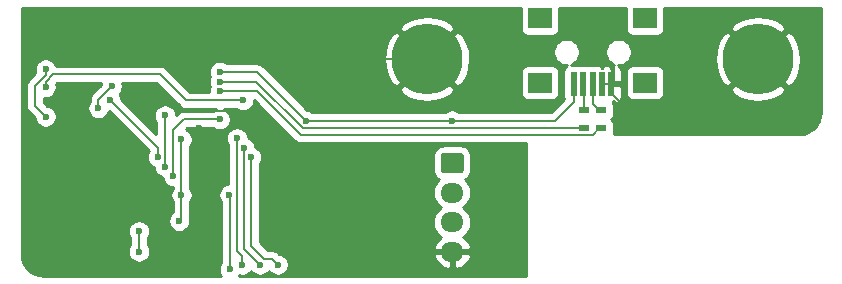
<source format=gbr>
G04 #@! TF.GenerationSoftware,KiCad,Pcbnew,(5.1.4)-1*
G04 #@! TF.CreationDate,2020-06-06T20:18:40+01:00*
G04 #@! TF.ProjectId,RF_R1_USB2USB_SPIPin_v1,52465f52-315f-4555-9342-325553425f53,rev?*
G04 #@! TF.SameCoordinates,Original*
G04 #@! TF.FileFunction,Copper,L2,Bot*
G04 #@! TF.FilePolarity,Positive*
%FSLAX46Y46*%
G04 Gerber Fmt 4.6, Leading zero omitted, Abs format (unit mm)*
G04 Created by KiCad (PCBNEW (5.1.4)-1) date 2020-06-06 20:18:40*
%MOMM*%
%LPD*%
G04 APERTURE LIST*
%ADD10R,0.500000X2.000000*%
%ADD11R,2.000000X1.700000*%
%ADD12C,0.100000*%
%ADD13C,1.700000*%
%ADD14O,1.950000X1.700000*%
%ADD15C,6.000000*%
%ADD16C,0.800000*%
%ADD17R,0.900000X0.500000*%
%ADD18C,0.600000*%
%ADD19C,0.200000*%
%ADD20C,0.254000*%
G04 APERTURE END LIST*
D10*
X142400000Y-59100000D03*
X143200000Y-59100000D03*
X144000000Y-59100000D03*
X144800000Y-59100000D03*
X145600000Y-59100000D03*
D11*
X139550000Y-59000000D03*
X139550000Y-53550000D03*
X148450000Y-59000000D03*
X148450000Y-53550000D03*
D12*
G36*
X132869504Y-64951204D02*
G01*
X132893773Y-64954804D01*
X132917571Y-64960765D01*
X132940671Y-64969030D01*
X132962849Y-64979520D01*
X132983893Y-64992133D01*
X133003598Y-65006747D01*
X133021777Y-65023223D01*
X133038253Y-65041402D01*
X133052867Y-65061107D01*
X133065480Y-65082151D01*
X133075970Y-65104329D01*
X133084235Y-65127429D01*
X133090196Y-65151227D01*
X133093796Y-65175496D01*
X133095000Y-65200000D01*
X133095000Y-66400000D01*
X133093796Y-66424504D01*
X133090196Y-66448773D01*
X133084235Y-66472571D01*
X133075970Y-66495671D01*
X133065480Y-66517849D01*
X133052867Y-66538893D01*
X133038253Y-66558598D01*
X133021777Y-66576777D01*
X133003598Y-66593253D01*
X132983893Y-66607867D01*
X132962849Y-66620480D01*
X132940671Y-66630970D01*
X132917571Y-66639235D01*
X132893773Y-66645196D01*
X132869504Y-66648796D01*
X132845000Y-66650000D01*
X131395000Y-66650000D01*
X131370496Y-66648796D01*
X131346227Y-66645196D01*
X131322429Y-66639235D01*
X131299329Y-66630970D01*
X131277151Y-66620480D01*
X131256107Y-66607867D01*
X131236402Y-66593253D01*
X131218223Y-66576777D01*
X131201747Y-66558598D01*
X131187133Y-66538893D01*
X131174520Y-66517849D01*
X131164030Y-66495671D01*
X131155765Y-66472571D01*
X131149804Y-66448773D01*
X131146204Y-66424504D01*
X131145000Y-66400000D01*
X131145000Y-65200000D01*
X131146204Y-65175496D01*
X131149804Y-65151227D01*
X131155765Y-65127429D01*
X131164030Y-65104329D01*
X131174520Y-65082151D01*
X131187133Y-65061107D01*
X131201747Y-65041402D01*
X131218223Y-65023223D01*
X131236402Y-65006747D01*
X131256107Y-64992133D01*
X131277151Y-64979520D01*
X131299329Y-64969030D01*
X131322429Y-64960765D01*
X131346227Y-64954804D01*
X131370496Y-64951204D01*
X131395000Y-64950000D01*
X132845000Y-64950000D01*
X132869504Y-64951204D01*
X132869504Y-64951204D01*
G37*
D13*
X132120000Y-65800000D03*
D14*
X132120000Y-68300000D03*
X132120000Y-70800000D03*
X132120000Y-73300000D03*
D15*
X158000000Y-57000000D03*
D16*
X160250000Y-57000000D03*
X159590990Y-58590990D03*
X158000000Y-59250000D03*
X156409010Y-58590990D03*
X155750000Y-57000000D03*
X156409010Y-55409010D03*
X158000000Y-54750000D03*
X159590990Y-55409010D03*
X131590990Y-55409010D03*
X130000000Y-54750000D03*
X128409010Y-55409010D03*
X127750000Y-57000000D03*
X128409010Y-58590990D03*
X130000000Y-59250000D03*
X131590990Y-58590990D03*
X132250000Y-57000000D03*
D15*
X130000000Y-57000000D03*
D17*
X144750000Y-61350000D03*
X144750000Y-62850000D03*
X143300000Y-61350000D03*
X143300000Y-62850000D03*
D18*
X115700000Y-61400000D03*
X116500000Y-66962500D03*
X105900000Y-67470000D03*
X105600000Y-70070000D03*
X99700000Y-67470000D03*
X100000000Y-69970000D03*
X112400000Y-70700000D03*
X110600000Y-67300000D03*
X97700000Y-63370000D03*
X101300000Y-60600000D03*
X110700000Y-62800000D03*
X107800000Y-60270000D03*
X123200000Y-73295011D03*
X124000000Y-66400000D03*
X123762500Y-57300000D03*
X97700000Y-57870000D03*
X97700000Y-61870000D03*
X107800000Y-61770000D03*
X107800000Y-66100000D03*
X103300000Y-59300000D03*
X102156734Y-61143266D03*
X112437500Y-59700000D03*
X112437500Y-58900000D03*
X114400000Y-60500000D03*
X97700000Y-59370000D03*
X109200000Y-63800000D03*
X109000000Y-70700000D03*
X109200000Y-68500000D03*
X113260000Y-68500000D03*
X113300000Y-74800000D03*
X103155264Y-60444736D03*
X107200000Y-65300000D03*
X117350000Y-74400000D03*
X115100000Y-65300000D03*
X115850000Y-74400000D03*
X114500000Y-64500000D03*
X114350000Y-74400000D03*
X113900000Y-63700000D03*
X132100000Y-62200000D03*
X119700000Y-62200000D03*
X108500000Y-66900000D03*
X112437500Y-62100000D03*
X112437500Y-58100000D03*
X105600000Y-71570000D03*
X105600000Y-73295011D03*
D19*
X144800000Y-59100000D02*
X145600000Y-59100000D01*
X147650000Y-61900000D02*
X145600000Y-59850000D01*
X145600000Y-59850000D02*
X145600000Y-59100000D01*
X153100000Y-61900000D02*
X147650000Y-61900000D01*
X158000000Y-57000000D02*
X153100000Y-61900000D01*
X115700000Y-61400000D02*
X116500000Y-62200000D01*
X116500000Y-62200000D02*
X116500000Y-66962500D01*
X105900000Y-67470000D02*
X105900000Y-69770000D01*
X105900000Y-69770000D02*
X105600000Y-70070000D01*
X99700000Y-67470000D02*
X99700000Y-69670000D01*
X99700000Y-69670000D02*
X100000000Y-69970000D01*
X112400000Y-70700000D02*
X112400000Y-69100000D01*
X112400000Y-69100000D02*
X110600000Y-67300000D01*
X105600000Y-70095000D02*
X107205000Y-71700000D01*
X105600000Y-70070000D02*
X105600000Y-70095000D01*
X111750000Y-70700000D02*
X112400000Y-70700000D01*
X110750000Y-71700000D02*
X111750000Y-70700000D01*
X107205000Y-71700000D02*
X110750000Y-71700000D01*
X97700000Y-63370000D02*
X100030000Y-63370000D01*
X100030000Y-63370000D02*
X101300000Y-62100000D01*
X101300000Y-62100000D02*
X101300000Y-60600000D01*
X110700000Y-67200000D02*
X110600000Y-67300000D01*
X110700000Y-62800000D02*
X110700000Y-67200000D01*
X115275736Y-61400000D02*
X115700000Y-61400000D01*
X109505000Y-61400000D02*
X115275736Y-61400000D01*
X108375000Y-60270000D02*
X109505000Y-61400000D01*
X107800000Y-60270000D02*
X108375000Y-60270000D01*
X123200000Y-73295011D02*
X123200000Y-67200000D01*
X123200000Y-67200000D02*
X124000000Y-66400000D01*
X130000000Y-57000000D02*
X124062500Y-57000000D01*
X124062500Y-57000000D02*
X123762500Y-57300000D01*
X97700000Y-58354302D02*
X96800000Y-59254301D01*
X97700000Y-57870000D02*
X97700000Y-58354302D01*
X96800000Y-59254301D02*
X96800000Y-60970000D01*
X96800000Y-60970000D02*
X97700000Y-61870000D01*
X107800000Y-66100000D02*
X107800000Y-61770000D01*
X102156734Y-60443266D02*
X103300000Y-59300000D01*
X102156734Y-61143266D02*
X102156734Y-60443266D01*
X143300000Y-59200000D02*
X143200000Y-59100000D01*
X143300000Y-61350000D02*
X143300000Y-59200000D01*
X144550000Y-61350000D02*
X144750000Y-61350000D01*
X144000000Y-60800000D02*
X144550000Y-61350000D01*
X144000000Y-59100000D02*
X144000000Y-60800000D01*
X143999995Y-63400004D02*
X119300004Y-63400004D01*
X115600000Y-59700000D02*
X112437500Y-59700000D01*
X119300004Y-63400004D02*
X115600000Y-59700000D01*
X144550000Y-62850000D02*
X143999995Y-63400004D01*
X144750000Y-62850000D02*
X144550000Y-62850000D01*
X142650000Y-62850000D02*
X143300000Y-62850000D01*
X119461998Y-62850000D02*
X142650000Y-62850000D01*
X115511998Y-58900000D02*
X119461998Y-62850000D01*
X112437500Y-58900000D02*
X115511998Y-58900000D01*
X109588002Y-60500000D02*
X114400000Y-60500000D01*
X107388001Y-58299999D02*
X109588002Y-60500000D01*
X98320001Y-58299999D02*
X107388001Y-58299999D01*
X97700000Y-58920000D02*
X98320001Y-58299999D01*
X97700000Y-59370000D02*
X97700000Y-58920000D01*
X109200000Y-70500000D02*
X109000000Y-70700000D01*
X109200000Y-63800000D02*
X109200000Y-68500000D01*
X109200000Y-68500000D02*
X109200000Y-70500000D01*
X113280000Y-72720000D02*
X113280000Y-68520000D01*
X113280000Y-68520000D02*
X113260000Y-68500000D01*
X113300000Y-72740000D02*
X113280000Y-72720000D01*
X113300000Y-74800000D02*
X113300000Y-72740000D01*
X103155264Y-60444736D02*
X107200000Y-64489472D01*
X107200000Y-64489472D02*
X107200000Y-65300000D01*
X115100000Y-72800000D02*
X115100000Y-65300000D01*
X116200001Y-73900001D02*
X115100000Y-72800000D01*
X116850001Y-73900001D02*
X116200001Y-73900001D01*
X117350000Y-74400000D02*
X116850001Y-73900001D01*
X114500000Y-73050000D02*
X114500000Y-73000000D01*
X115850000Y-74400000D02*
X114500000Y-73050000D01*
X114500000Y-73000000D02*
X114500000Y-64500000D01*
X114350000Y-73692894D02*
X113900000Y-73242894D01*
X114350000Y-74400000D02*
X114350000Y-73692894D01*
X113900000Y-73242894D02*
X113900000Y-63700000D01*
X142400000Y-59100000D02*
X142400000Y-60600000D01*
X142400000Y-60600000D02*
X140800000Y-62200000D01*
X140800000Y-62200000D02*
X132100000Y-62200000D01*
X132100000Y-62200000D02*
X119700000Y-62200000D01*
X112437500Y-62100000D02*
X109400000Y-62100000D01*
X108500000Y-63000000D02*
X108500000Y-64000000D01*
X109400000Y-62100000D02*
X108500000Y-63000000D01*
X108500000Y-66900000D02*
X108500000Y-64000000D01*
X119700000Y-62200000D02*
X115600000Y-58100000D01*
X115600000Y-58100000D02*
X112437500Y-58100000D01*
X105600000Y-73295011D02*
X105600000Y-71570000D01*
D20*
G36*
X137911928Y-52700000D02*
G01*
X137911928Y-54400000D01*
X137924188Y-54524482D01*
X137960498Y-54644180D01*
X138019463Y-54754494D01*
X138098815Y-54851185D01*
X138195506Y-54930537D01*
X138305820Y-54989502D01*
X138425518Y-55025812D01*
X138550000Y-55038072D01*
X140550000Y-55038072D01*
X140674482Y-55025812D01*
X140794180Y-54989502D01*
X140904494Y-54930537D01*
X141001185Y-54851185D01*
X141080537Y-54754494D01*
X141139502Y-54644180D01*
X141175812Y-54524482D01*
X141188072Y-54400000D01*
X141188072Y-52700000D01*
X141184132Y-52660000D01*
X146815868Y-52660000D01*
X146811928Y-52700000D01*
X146811928Y-54400000D01*
X146824188Y-54524482D01*
X146860498Y-54644180D01*
X146919463Y-54754494D01*
X146998815Y-54851185D01*
X147095506Y-54930537D01*
X147205820Y-54989502D01*
X147325518Y-55025812D01*
X147450000Y-55038072D01*
X149450000Y-55038072D01*
X149574482Y-55025812D01*
X149694180Y-54989502D01*
X149804494Y-54930537D01*
X149901185Y-54851185D01*
X149980537Y-54754494D01*
X150039502Y-54644180D01*
X150075812Y-54524482D01*
X150084003Y-54441314D01*
X155620919Y-54441314D01*
X158000000Y-56820395D01*
X160379081Y-54441314D01*
X160042894Y-53972132D01*
X159412932Y-53631763D01*
X158728673Y-53420834D01*
X158016411Y-53347450D01*
X157303518Y-53414431D01*
X156617391Y-53619204D01*
X155984397Y-53953898D01*
X155957106Y-53972132D01*
X155620919Y-54441314D01*
X150084003Y-54441314D01*
X150088072Y-54400000D01*
X150088072Y-52700000D01*
X150084132Y-52660000D01*
X163340000Y-52660000D01*
X163340001Y-61467711D01*
X163301853Y-61856776D01*
X163198238Y-62199964D01*
X163029939Y-62516489D01*
X162803365Y-62794296D01*
X162527146Y-63022805D01*
X162211803Y-63193310D01*
X161869344Y-63299319D01*
X161482288Y-63340000D01*
X145790770Y-63340000D01*
X145825812Y-63224482D01*
X145838072Y-63100000D01*
X145838072Y-62600000D01*
X145825812Y-62475518D01*
X145789502Y-62355820D01*
X145730537Y-62245506D01*
X145651185Y-62148815D01*
X145591704Y-62100000D01*
X145651185Y-62051185D01*
X145730537Y-61954494D01*
X145789502Y-61844180D01*
X145825812Y-61724482D01*
X145838072Y-61600000D01*
X145838072Y-61100000D01*
X145825812Y-60975518D01*
X145789502Y-60855820D01*
X145730537Y-60745506D01*
X145721915Y-60735000D01*
X145727002Y-60735000D01*
X145727002Y-60580252D01*
X145881750Y-60735000D01*
X145982013Y-60724266D01*
X146101264Y-60686517D01*
X146210860Y-60626228D01*
X146306588Y-60545716D01*
X146384770Y-60448076D01*
X146442401Y-60337059D01*
X146477266Y-60216933D01*
X146488026Y-60092312D01*
X146485000Y-59385750D01*
X146326250Y-59227000D01*
X145723000Y-59227000D01*
X145723000Y-59247000D01*
X145546250Y-59247000D01*
X145526250Y-59227000D01*
X145453000Y-59227000D01*
X145453000Y-58973000D01*
X145526250Y-58973000D01*
X145685000Y-58814250D01*
X145688026Y-58107688D01*
X145677266Y-57983067D01*
X145642401Y-57862941D01*
X145584770Y-57751924D01*
X145506588Y-57654284D01*
X145477000Y-57629399D01*
X145477000Y-57623750D01*
X145318250Y-57465000D01*
X145217987Y-57475734D01*
X145200000Y-57481428D01*
X145182013Y-57475734D01*
X145081750Y-57465000D01*
X144923000Y-57623750D01*
X144923000Y-57629399D01*
X144893412Y-57654284D01*
X144815230Y-57751924D01*
X144799827Y-57781595D01*
X144780537Y-57745506D01*
X144701185Y-57648815D01*
X144677000Y-57628967D01*
X144677000Y-57623750D01*
X144518250Y-57465000D01*
X144417987Y-57475734D01*
X144399192Y-57481684D01*
X144374482Y-57474188D01*
X144250000Y-57461928D01*
X143750000Y-57461928D01*
X143625518Y-57474188D01*
X143600000Y-57481929D01*
X143574482Y-57474188D01*
X143450000Y-57461928D01*
X142950000Y-57461928D01*
X142825518Y-57474188D01*
X142800000Y-57481929D01*
X142774482Y-57474188D01*
X142650000Y-57461928D01*
X142202177Y-57461928D01*
X142337624Y-57405824D01*
X142523520Y-57281612D01*
X142681612Y-57123520D01*
X142805824Y-56937624D01*
X142891383Y-56731067D01*
X142935000Y-56511788D01*
X142935000Y-56288212D01*
X145065000Y-56288212D01*
X145065000Y-56511788D01*
X145108617Y-56731067D01*
X145194176Y-56937624D01*
X145318388Y-57123520D01*
X145476480Y-57281612D01*
X145662376Y-57405824D01*
X145859340Y-57487410D01*
X145723000Y-57623750D01*
X145723000Y-58973000D01*
X146326250Y-58973000D01*
X146485000Y-58814250D01*
X146487844Y-58150000D01*
X146811928Y-58150000D01*
X146811928Y-59850000D01*
X146824188Y-59974482D01*
X146860498Y-60094180D01*
X146919463Y-60204494D01*
X146998815Y-60301185D01*
X147095506Y-60380537D01*
X147205820Y-60439502D01*
X147325518Y-60475812D01*
X147450000Y-60488072D01*
X149450000Y-60488072D01*
X149574482Y-60475812D01*
X149694180Y-60439502D01*
X149804494Y-60380537D01*
X149901185Y-60301185D01*
X149980537Y-60204494D01*
X150039502Y-60094180D01*
X150075812Y-59974482D01*
X150088072Y-59850000D01*
X150088072Y-59558686D01*
X155620919Y-59558686D01*
X155957106Y-60027868D01*
X156587068Y-60368237D01*
X157271327Y-60579166D01*
X157983589Y-60652550D01*
X158696482Y-60585569D01*
X159382609Y-60380796D01*
X160015603Y-60046102D01*
X160042894Y-60027868D01*
X160379081Y-59558686D01*
X158000000Y-57179605D01*
X155620919Y-59558686D01*
X150088072Y-59558686D01*
X150088072Y-58150000D01*
X150075812Y-58025518D01*
X150039502Y-57905820D01*
X149980537Y-57795506D01*
X149901185Y-57698815D01*
X149804494Y-57619463D01*
X149694180Y-57560498D01*
X149574482Y-57524188D01*
X149450000Y-57511928D01*
X147450000Y-57511928D01*
X147325518Y-57524188D01*
X147205820Y-57560498D01*
X147095506Y-57619463D01*
X146998815Y-57698815D01*
X146919463Y-57795506D01*
X146860498Y-57905820D01*
X146824188Y-58025518D01*
X146811928Y-58150000D01*
X146487844Y-58150000D01*
X146488026Y-58107688D01*
X146477266Y-57983067D01*
X146442401Y-57862941D01*
X146384770Y-57751924D01*
X146306588Y-57654284D01*
X146210860Y-57573772D01*
X146140379Y-57535000D01*
X146311788Y-57535000D01*
X146531067Y-57491383D01*
X146737624Y-57405824D01*
X146923520Y-57281612D01*
X147081612Y-57123520D01*
X147175111Y-56983589D01*
X154347450Y-56983589D01*
X154414431Y-57696482D01*
X154619204Y-58382609D01*
X154953898Y-59015603D01*
X154972132Y-59042894D01*
X155441314Y-59379081D01*
X157820395Y-57000000D01*
X158179605Y-57000000D01*
X160558686Y-59379081D01*
X161027868Y-59042894D01*
X161368237Y-58412932D01*
X161579166Y-57728673D01*
X161652550Y-57016411D01*
X161585569Y-56303518D01*
X161380796Y-55617391D01*
X161046102Y-54984397D01*
X161027868Y-54957106D01*
X160558686Y-54620919D01*
X158179605Y-57000000D01*
X157820395Y-57000000D01*
X155441314Y-54620919D01*
X154972132Y-54957106D01*
X154631763Y-55587068D01*
X154420834Y-56271327D01*
X154347450Y-56983589D01*
X147175111Y-56983589D01*
X147205824Y-56937624D01*
X147291383Y-56731067D01*
X147335000Y-56511788D01*
X147335000Y-56288212D01*
X147291383Y-56068933D01*
X147205824Y-55862376D01*
X147081612Y-55676480D01*
X146923520Y-55518388D01*
X146737624Y-55394176D01*
X146531067Y-55308617D01*
X146311788Y-55265000D01*
X146088212Y-55265000D01*
X145868933Y-55308617D01*
X145662376Y-55394176D01*
X145476480Y-55518388D01*
X145318388Y-55676480D01*
X145194176Y-55862376D01*
X145108617Y-56068933D01*
X145065000Y-56288212D01*
X142935000Y-56288212D01*
X142891383Y-56068933D01*
X142805824Y-55862376D01*
X142681612Y-55676480D01*
X142523520Y-55518388D01*
X142337624Y-55394176D01*
X142131067Y-55308617D01*
X141911788Y-55265000D01*
X141688212Y-55265000D01*
X141468933Y-55308617D01*
X141262376Y-55394176D01*
X141076480Y-55518388D01*
X140918388Y-55676480D01*
X140794176Y-55862376D01*
X140708617Y-56068933D01*
X140665000Y-56288212D01*
X140665000Y-56511788D01*
X140708617Y-56731067D01*
X140794176Y-56937624D01*
X140918388Y-57123520D01*
X141076480Y-57281612D01*
X141262376Y-57405824D01*
X141468933Y-57491383D01*
X141688212Y-57535000D01*
X141859981Y-57535000D01*
X141795506Y-57569463D01*
X141698815Y-57648815D01*
X141619463Y-57745506D01*
X141560498Y-57855820D01*
X141524188Y-57975518D01*
X141511928Y-58100000D01*
X141511928Y-60100000D01*
X141524188Y-60224482D01*
X141560498Y-60344180D01*
X141579961Y-60380592D01*
X140495554Y-61465000D01*
X132682951Y-61465000D01*
X132542889Y-61371414D01*
X132372729Y-61300932D01*
X132192089Y-61265000D01*
X132007911Y-61265000D01*
X131827271Y-61300932D01*
X131657111Y-61371414D01*
X131517049Y-61465000D01*
X120282951Y-61465000D01*
X120142889Y-61371414D01*
X119972729Y-61300932D01*
X119807515Y-61268069D01*
X118098132Y-59558686D01*
X127620919Y-59558686D01*
X127957106Y-60027868D01*
X128587068Y-60368237D01*
X129271327Y-60579166D01*
X129983589Y-60652550D01*
X130696482Y-60585569D01*
X131382609Y-60380796D01*
X132015603Y-60046102D01*
X132042894Y-60027868D01*
X132379081Y-59558686D01*
X130000000Y-57179605D01*
X127620919Y-59558686D01*
X118098132Y-59558686D01*
X116145259Y-57605813D01*
X116122238Y-57577762D01*
X116010320Y-57485913D01*
X115882633Y-57417663D01*
X115744085Y-57375635D01*
X115636105Y-57365000D01*
X115600000Y-57361444D01*
X115563895Y-57365000D01*
X113020451Y-57365000D01*
X112880389Y-57271414D01*
X112710229Y-57200932D01*
X112529589Y-57165000D01*
X112345411Y-57165000D01*
X112164771Y-57200932D01*
X111994611Y-57271414D01*
X111841472Y-57373738D01*
X111711238Y-57503972D01*
X111608914Y-57657111D01*
X111538432Y-57827271D01*
X111502500Y-58007911D01*
X111502500Y-58192089D01*
X111538432Y-58372729D01*
X111591149Y-58500000D01*
X111538432Y-58627271D01*
X111502500Y-58807911D01*
X111502500Y-58992089D01*
X111538432Y-59172729D01*
X111591149Y-59300000D01*
X111538432Y-59427271D01*
X111502500Y-59607911D01*
X111502500Y-59765000D01*
X109892449Y-59765000D01*
X107933259Y-57805811D01*
X107910239Y-57777761D01*
X107798321Y-57685912D01*
X107670634Y-57617662D01*
X107532086Y-57575634D01*
X107424106Y-57564999D01*
X107388001Y-57561443D01*
X107351896Y-57564999D01*
X98585701Y-57564999D01*
X98528586Y-57427111D01*
X98426262Y-57273972D01*
X98296028Y-57143738D01*
X98142889Y-57041414D01*
X98003286Y-56983589D01*
X126347450Y-56983589D01*
X126414431Y-57696482D01*
X126619204Y-58382609D01*
X126953898Y-59015603D01*
X126972132Y-59042894D01*
X127441314Y-59379081D01*
X129820395Y-57000000D01*
X130179605Y-57000000D01*
X132558686Y-59379081D01*
X133027868Y-59042894D01*
X133368237Y-58412932D01*
X133449288Y-58150000D01*
X137911928Y-58150000D01*
X137911928Y-59850000D01*
X137924188Y-59974482D01*
X137960498Y-60094180D01*
X138019463Y-60204494D01*
X138098815Y-60301185D01*
X138195506Y-60380537D01*
X138305820Y-60439502D01*
X138425518Y-60475812D01*
X138550000Y-60488072D01*
X140550000Y-60488072D01*
X140674482Y-60475812D01*
X140794180Y-60439502D01*
X140904494Y-60380537D01*
X141001185Y-60301185D01*
X141080537Y-60204494D01*
X141139502Y-60094180D01*
X141175812Y-59974482D01*
X141188072Y-59850000D01*
X141188072Y-58150000D01*
X141175812Y-58025518D01*
X141139502Y-57905820D01*
X141080537Y-57795506D01*
X141001185Y-57698815D01*
X140904494Y-57619463D01*
X140794180Y-57560498D01*
X140674482Y-57524188D01*
X140550000Y-57511928D01*
X138550000Y-57511928D01*
X138425518Y-57524188D01*
X138305820Y-57560498D01*
X138195506Y-57619463D01*
X138098815Y-57698815D01*
X138019463Y-57795506D01*
X137960498Y-57905820D01*
X137924188Y-58025518D01*
X137911928Y-58150000D01*
X133449288Y-58150000D01*
X133579166Y-57728673D01*
X133652550Y-57016411D01*
X133585569Y-56303518D01*
X133380796Y-55617391D01*
X133046102Y-54984397D01*
X133027868Y-54957106D01*
X132558686Y-54620919D01*
X130179605Y-57000000D01*
X129820395Y-57000000D01*
X127441314Y-54620919D01*
X126972132Y-54957106D01*
X126631763Y-55587068D01*
X126420834Y-56271327D01*
X126347450Y-56983589D01*
X98003286Y-56983589D01*
X97972729Y-56970932D01*
X97792089Y-56935000D01*
X97607911Y-56935000D01*
X97427271Y-56970932D01*
X97257111Y-57041414D01*
X97103972Y-57143738D01*
X96973738Y-57273972D01*
X96871414Y-57427111D01*
X96800932Y-57597271D01*
X96765000Y-57777911D01*
X96765000Y-57962089D01*
X96800932Y-58142729D01*
X96821784Y-58193071D01*
X96305808Y-58709047D01*
X96277762Y-58732064D01*
X96185913Y-58843982D01*
X96117663Y-58971669D01*
X96098452Y-59034999D01*
X96075635Y-59110216D01*
X96061444Y-59254301D01*
X96065000Y-59290406D01*
X96065001Y-60933885D01*
X96061444Y-60970000D01*
X96075635Y-61114085D01*
X96105971Y-61214087D01*
X96117664Y-61252633D01*
X96185914Y-61380320D01*
X96277763Y-61492238D01*
X96305808Y-61515254D01*
X96768068Y-61977515D01*
X96800932Y-62142729D01*
X96871414Y-62312889D01*
X96973738Y-62466028D01*
X97103972Y-62596262D01*
X97257111Y-62698586D01*
X97427271Y-62769068D01*
X97607911Y-62805000D01*
X97792089Y-62805000D01*
X97972729Y-62769068D01*
X98142889Y-62698586D01*
X98296028Y-62596262D01*
X98426262Y-62466028D01*
X98528586Y-62312889D01*
X98599068Y-62142729D01*
X98635000Y-61962089D01*
X98635000Y-61777911D01*
X98599068Y-61597271D01*
X98528586Y-61427111D01*
X98426262Y-61273972D01*
X98296028Y-61143738D01*
X98142889Y-61041414D01*
X97972729Y-60970932D01*
X97807515Y-60938068D01*
X97535000Y-60665554D01*
X97535000Y-60290497D01*
X97607911Y-60305000D01*
X97792089Y-60305000D01*
X97972729Y-60269068D01*
X98142889Y-60198586D01*
X98296028Y-60096262D01*
X98426262Y-59966028D01*
X98528586Y-59812889D01*
X98599068Y-59642729D01*
X98635000Y-59462089D01*
X98635000Y-59277911D01*
X98599068Y-59097271D01*
X98588263Y-59071184D01*
X98624448Y-59034999D01*
X102399395Y-59034999D01*
X102368068Y-59192485D01*
X101662542Y-59898012D01*
X101634497Y-59921028D01*
X101542648Y-60032946D01*
X101483882Y-60142889D01*
X101474398Y-60160633D01*
X101432369Y-60299181D01*
X101418178Y-60443266D01*
X101421734Y-60479371D01*
X101421734Y-60560315D01*
X101328148Y-60700377D01*
X101257666Y-60870537D01*
X101221734Y-61051177D01*
X101221734Y-61235355D01*
X101257666Y-61415995D01*
X101328148Y-61586155D01*
X101430472Y-61739294D01*
X101560706Y-61869528D01*
X101713845Y-61971852D01*
X101884005Y-62042334D01*
X102064645Y-62078266D01*
X102248823Y-62078266D01*
X102429463Y-62042334D01*
X102599623Y-61971852D01*
X102752762Y-61869528D01*
X102882996Y-61739294D01*
X102985320Y-61586155D01*
X103055802Y-61415995D01*
X103060991Y-61389909D01*
X106434210Y-64763129D01*
X106371414Y-64857111D01*
X106300932Y-65027271D01*
X106265000Y-65207911D01*
X106265000Y-65392089D01*
X106300932Y-65572729D01*
X106371414Y-65742889D01*
X106473738Y-65896028D01*
X106603972Y-66026262D01*
X106757111Y-66128586D01*
X106865000Y-66173275D01*
X106865000Y-66192089D01*
X106900932Y-66372729D01*
X106971414Y-66542889D01*
X107073738Y-66696028D01*
X107203972Y-66826262D01*
X107357111Y-66928586D01*
X107527271Y-66999068D01*
X107568000Y-67007170D01*
X107600932Y-67172729D01*
X107671414Y-67342889D01*
X107773738Y-67496028D01*
X107903972Y-67626262D01*
X108057111Y-67728586D01*
X108227271Y-67799068D01*
X108407911Y-67835000D01*
X108465001Y-67835000D01*
X108465001Y-67917048D01*
X108371414Y-68057111D01*
X108300932Y-68227271D01*
X108265000Y-68407911D01*
X108265000Y-68592089D01*
X108300932Y-68772729D01*
X108371414Y-68942889D01*
X108465000Y-69082951D01*
X108465001Y-69932960D01*
X108403972Y-69973738D01*
X108273738Y-70103972D01*
X108171414Y-70257111D01*
X108100932Y-70427271D01*
X108065000Y-70607911D01*
X108065000Y-70792089D01*
X108100932Y-70972729D01*
X108171414Y-71142889D01*
X108273738Y-71296028D01*
X108403972Y-71426262D01*
X108557111Y-71528586D01*
X108727271Y-71599068D01*
X108907911Y-71635000D01*
X109092089Y-71635000D01*
X109272729Y-71599068D01*
X109442889Y-71528586D01*
X109596028Y-71426262D01*
X109726262Y-71296028D01*
X109828586Y-71142889D01*
X109899068Y-70972729D01*
X109935000Y-70792089D01*
X109935000Y-70607911D01*
X109930270Y-70584131D01*
X109935000Y-70536105D01*
X109938556Y-70500000D01*
X109935000Y-70463895D01*
X109935000Y-69082951D01*
X110028586Y-68942889D01*
X110099068Y-68772729D01*
X110135000Y-68592089D01*
X110135000Y-68407911D01*
X110099068Y-68227271D01*
X110028586Y-68057111D01*
X109935000Y-67917049D01*
X109935000Y-64382951D01*
X110028586Y-64242889D01*
X110099068Y-64072729D01*
X110135000Y-63892089D01*
X110135000Y-63707911D01*
X110099068Y-63527271D01*
X110028586Y-63357111D01*
X109926262Y-63203972D01*
X109796028Y-63073738D01*
X109642889Y-62971414D01*
X109589957Y-62949489D01*
X109704447Y-62835000D01*
X111854549Y-62835000D01*
X111994611Y-62928586D01*
X112164771Y-62999068D01*
X112345411Y-63035000D01*
X112529589Y-63035000D01*
X112710229Y-62999068D01*
X112880389Y-62928586D01*
X113033528Y-62826262D01*
X113163762Y-62696028D01*
X113266086Y-62542889D01*
X113336568Y-62372729D01*
X113372500Y-62192089D01*
X113372500Y-62007911D01*
X113336568Y-61827271D01*
X113266086Y-61657111D01*
X113163762Y-61503972D01*
X113033528Y-61373738D01*
X112880389Y-61271414D01*
X112792477Y-61235000D01*
X113817049Y-61235000D01*
X113957111Y-61328586D01*
X114127271Y-61399068D01*
X114307911Y-61435000D01*
X114492089Y-61435000D01*
X114672729Y-61399068D01*
X114842889Y-61328586D01*
X114996028Y-61226262D01*
X115126262Y-61096028D01*
X115228586Y-60942889D01*
X115299068Y-60772729D01*
X115335000Y-60592089D01*
X115335000Y-60474446D01*
X118754750Y-63894197D01*
X118777766Y-63922242D01*
X118889684Y-64014091D01*
X119017371Y-64082341D01*
X119137234Y-64118701D01*
X119155919Y-64124369D01*
X119300004Y-64138560D01*
X119336109Y-64135004D01*
X138400975Y-64135004D01*
X138377692Y-64212119D01*
X138366067Y-64270826D01*
X138353635Y-64329316D01*
X138352673Y-64338470D01*
X138352672Y-64338476D01*
X138352672Y-64338481D01*
X138343195Y-64435142D01*
X138340000Y-64467582D01*
X138340001Y-75340000D01*
X114063699Y-75340000D01*
X114089432Y-75301487D01*
X114257911Y-75335000D01*
X114442089Y-75335000D01*
X114622729Y-75299068D01*
X114792889Y-75228586D01*
X114946028Y-75126262D01*
X115076262Y-74996028D01*
X115100000Y-74960502D01*
X115123738Y-74996028D01*
X115253972Y-75126262D01*
X115407111Y-75228586D01*
X115577271Y-75299068D01*
X115757911Y-75335000D01*
X115942089Y-75335000D01*
X116122729Y-75299068D01*
X116292889Y-75228586D01*
X116446028Y-75126262D01*
X116576262Y-74996028D01*
X116600000Y-74960502D01*
X116623738Y-74996028D01*
X116753972Y-75126262D01*
X116907111Y-75228586D01*
X117077271Y-75299068D01*
X117257911Y-75335000D01*
X117442089Y-75335000D01*
X117622729Y-75299068D01*
X117792889Y-75228586D01*
X117946028Y-75126262D01*
X118076262Y-74996028D01*
X118178586Y-74842889D01*
X118249068Y-74672729D01*
X118285000Y-74492089D01*
X118285000Y-74307911D01*
X118249068Y-74127271D01*
X118178586Y-73957111D01*
X118076262Y-73803972D01*
X117946028Y-73673738D01*
X117920814Y-73656890D01*
X130553524Y-73656890D01*
X130645648Y-73919858D01*
X130792504Y-74171193D01*
X130985571Y-74389049D01*
X131217430Y-74565053D01*
X131479170Y-74692442D01*
X131760733Y-74766320D01*
X131993000Y-74626165D01*
X131993000Y-73427000D01*
X132247000Y-73427000D01*
X132247000Y-74626165D01*
X132479267Y-74766320D01*
X132760830Y-74692442D01*
X133022570Y-74565053D01*
X133254429Y-74389049D01*
X133447496Y-74171193D01*
X133594352Y-73919858D01*
X133686476Y-73656890D01*
X133565155Y-73427000D01*
X132247000Y-73427000D01*
X131993000Y-73427000D01*
X130674845Y-73427000D01*
X130553524Y-73656890D01*
X117920814Y-73656890D01*
X117792889Y-73571414D01*
X117622729Y-73500932D01*
X117457515Y-73468068D01*
X117395259Y-73405813D01*
X117372239Y-73377763D01*
X117260321Y-73285914D01*
X117132634Y-73217664D01*
X116994086Y-73175636D01*
X116886106Y-73165001D01*
X116850001Y-73161445D01*
X116813896Y-73165001D01*
X116504448Y-73165001D01*
X115835000Y-72495554D01*
X115835000Y-68300000D01*
X130502815Y-68300000D01*
X130531487Y-68591111D01*
X130616401Y-68871034D01*
X130754294Y-69129014D01*
X130939866Y-69355134D01*
X131165986Y-69540706D01*
X131183374Y-69550000D01*
X131165986Y-69559294D01*
X130939866Y-69744866D01*
X130754294Y-69970986D01*
X130616401Y-70228966D01*
X130531487Y-70508889D01*
X130502815Y-70800000D01*
X130531487Y-71091111D01*
X130616401Y-71371034D01*
X130754294Y-71629014D01*
X130939866Y-71855134D01*
X131165986Y-72040706D01*
X131191722Y-72054462D01*
X130985571Y-72210951D01*
X130792504Y-72428807D01*
X130645648Y-72680142D01*
X130553524Y-72943110D01*
X130674845Y-73173000D01*
X131993000Y-73173000D01*
X131993000Y-73153000D01*
X132247000Y-73153000D01*
X132247000Y-73173000D01*
X133565155Y-73173000D01*
X133686476Y-72943110D01*
X133594352Y-72680142D01*
X133447496Y-72428807D01*
X133254429Y-72210951D01*
X133048278Y-72054462D01*
X133074014Y-72040706D01*
X133300134Y-71855134D01*
X133485706Y-71629014D01*
X133623599Y-71371034D01*
X133708513Y-71091111D01*
X133737185Y-70800000D01*
X133708513Y-70508889D01*
X133623599Y-70228966D01*
X133485706Y-69970986D01*
X133300134Y-69744866D01*
X133074014Y-69559294D01*
X133056626Y-69550000D01*
X133074014Y-69540706D01*
X133300134Y-69355134D01*
X133485706Y-69129014D01*
X133623599Y-68871034D01*
X133708513Y-68591111D01*
X133737185Y-68300000D01*
X133708513Y-68008889D01*
X133623599Y-67728966D01*
X133485706Y-67470986D01*
X133300134Y-67244866D01*
X133236663Y-67192777D01*
X133338386Y-67138405D01*
X133472962Y-67027962D01*
X133583405Y-66893386D01*
X133665472Y-66739850D01*
X133716008Y-66573254D01*
X133733072Y-66400000D01*
X133733072Y-65200000D01*
X133716008Y-65026746D01*
X133665472Y-64860150D01*
X133583405Y-64706614D01*
X133472962Y-64572038D01*
X133338386Y-64461595D01*
X133184850Y-64379528D01*
X133018254Y-64328992D01*
X132845000Y-64311928D01*
X131395000Y-64311928D01*
X131221746Y-64328992D01*
X131055150Y-64379528D01*
X130901614Y-64461595D01*
X130767038Y-64572038D01*
X130656595Y-64706614D01*
X130574528Y-64860150D01*
X130523992Y-65026746D01*
X130506928Y-65200000D01*
X130506928Y-66400000D01*
X130523992Y-66573254D01*
X130574528Y-66739850D01*
X130656595Y-66893386D01*
X130767038Y-67027962D01*
X130901614Y-67138405D01*
X131003337Y-67192777D01*
X130939866Y-67244866D01*
X130754294Y-67470986D01*
X130616401Y-67728966D01*
X130531487Y-68008889D01*
X130502815Y-68300000D01*
X115835000Y-68300000D01*
X115835000Y-65882951D01*
X115928586Y-65742889D01*
X115999068Y-65572729D01*
X116035000Y-65392089D01*
X116035000Y-65207911D01*
X115999068Y-65027271D01*
X115928586Y-64857111D01*
X115826262Y-64703972D01*
X115696028Y-64573738D01*
X115542889Y-64471414D01*
X115435000Y-64426725D01*
X115435000Y-64407911D01*
X115399068Y-64227271D01*
X115328586Y-64057111D01*
X115226262Y-63903972D01*
X115096028Y-63773738D01*
X114942889Y-63671414D01*
X114835000Y-63626725D01*
X114835000Y-63607911D01*
X114799068Y-63427271D01*
X114728586Y-63257111D01*
X114626262Y-63103972D01*
X114496028Y-62973738D01*
X114342889Y-62871414D01*
X114172729Y-62800932D01*
X113992089Y-62765000D01*
X113807911Y-62765000D01*
X113627271Y-62800932D01*
X113457111Y-62871414D01*
X113303972Y-62973738D01*
X113173738Y-63103972D01*
X113071414Y-63257111D01*
X113000932Y-63427271D01*
X112965000Y-63607911D01*
X112965000Y-63792089D01*
X113000932Y-63972729D01*
X113071414Y-64142889D01*
X113165001Y-64282952D01*
X113165001Y-67565579D01*
X112987271Y-67600932D01*
X112817111Y-67671414D01*
X112663972Y-67773738D01*
X112533738Y-67903972D01*
X112431414Y-68057111D01*
X112360932Y-68227271D01*
X112325000Y-68407911D01*
X112325000Y-68592089D01*
X112360932Y-68772729D01*
X112431414Y-68942889D01*
X112533738Y-69096028D01*
X112545001Y-69107291D01*
X112545000Y-72683895D01*
X112541444Y-72720000D01*
X112555292Y-72860603D01*
X112555635Y-72864084D01*
X112565001Y-72894959D01*
X112565000Y-74217049D01*
X112471414Y-74357111D01*
X112400932Y-74527271D01*
X112365000Y-74707911D01*
X112365000Y-74892089D01*
X112400932Y-75072729D01*
X112471414Y-75242889D01*
X112536301Y-75340000D01*
X97532279Y-75340000D01*
X97143224Y-75301853D01*
X96800036Y-75198238D01*
X96483511Y-75029939D01*
X96205704Y-74803365D01*
X95977195Y-74527146D01*
X95806690Y-74211803D01*
X95700681Y-73869344D01*
X95660000Y-73482288D01*
X95660000Y-71477911D01*
X104665000Y-71477911D01*
X104665000Y-71662089D01*
X104700932Y-71842729D01*
X104771414Y-72012889D01*
X104865001Y-72152952D01*
X104865000Y-72712060D01*
X104771414Y-72852122D01*
X104700932Y-73022282D01*
X104665000Y-73202922D01*
X104665000Y-73387100D01*
X104700932Y-73567740D01*
X104771414Y-73737900D01*
X104873738Y-73891039D01*
X105003972Y-74021273D01*
X105157111Y-74123597D01*
X105327271Y-74194079D01*
X105507911Y-74230011D01*
X105692089Y-74230011D01*
X105872729Y-74194079D01*
X106042889Y-74123597D01*
X106196028Y-74021273D01*
X106326262Y-73891039D01*
X106428586Y-73737900D01*
X106499068Y-73567740D01*
X106535000Y-73387100D01*
X106535000Y-73202922D01*
X106499068Y-73022282D01*
X106428586Y-72852122D01*
X106335000Y-72712060D01*
X106335000Y-72152951D01*
X106428586Y-72012889D01*
X106499068Y-71842729D01*
X106535000Y-71662089D01*
X106535000Y-71477911D01*
X106499068Y-71297271D01*
X106428586Y-71127111D01*
X106326262Y-70973972D01*
X106196028Y-70843738D01*
X106042889Y-70741414D01*
X105872729Y-70670932D01*
X105692089Y-70635000D01*
X105507911Y-70635000D01*
X105327271Y-70670932D01*
X105157111Y-70741414D01*
X105003972Y-70843738D01*
X104873738Y-70973972D01*
X104771414Y-71127111D01*
X104700932Y-71297271D01*
X104665000Y-71477911D01*
X95660000Y-71477911D01*
X95660000Y-54441314D01*
X127620919Y-54441314D01*
X130000000Y-56820395D01*
X132379081Y-54441314D01*
X132042894Y-53972132D01*
X131412932Y-53631763D01*
X130728673Y-53420834D01*
X130016411Y-53347450D01*
X129303518Y-53414431D01*
X128617391Y-53619204D01*
X127984397Y-53953898D01*
X127957106Y-53972132D01*
X127620919Y-54441314D01*
X95660000Y-54441314D01*
X95660000Y-52660000D01*
X137915868Y-52660000D01*
X137911928Y-52700000D01*
X137911928Y-52700000D01*
G37*
X137911928Y-52700000D02*
X137911928Y-54400000D01*
X137924188Y-54524482D01*
X137960498Y-54644180D01*
X138019463Y-54754494D01*
X138098815Y-54851185D01*
X138195506Y-54930537D01*
X138305820Y-54989502D01*
X138425518Y-55025812D01*
X138550000Y-55038072D01*
X140550000Y-55038072D01*
X140674482Y-55025812D01*
X140794180Y-54989502D01*
X140904494Y-54930537D01*
X141001185Y-54851185D01*
X141080537Y-54754494D01*
X141139502Y-54644180D01*
X141175812Y-54524482D01*
X141188072Y-54400000D01*
X141188072Y-52700000D01*
X141184132Y-52660000D01*
X146815868Y-52660000D01*
X146811928Y-52700000D01*
X146811928Y-54400000D01*
X146824188Y-54524482D01*
X146860498Y-54644180D01*
X146919463Y-54754494D01*
X146998815Y-54851185D01*
X147095506Y-54930537D01*
X147205820Y-54989502D01*
X147325518Y-55025812D01*
X147450000Y-55038072D01*
X149450000Y-55038072D01*
X149574482Y-55025812D01*
X149694180Y-54989502D01*
X149804494Y-54930537D01*
X149901185Y-54851185D01*
X149980537Y-54754494D01*
X150039502Y-54644180D01*
X150075812Y-54524482D01*
X150084003Y-54441314D01*
X155620919Y-54441314D01*
X158000000Y-56820395D01*
X160379081Y-54441314D01*
X160042894Y-53972132D01*
X159412932Y-53631763D01*
X158728673Y-53420834D01*
X158016411Y-53347450D01*
X157303518Y-53414431D01*
X156617391Y-53619204D01*
X155984397Y-53953898D01*
X155957106Y-53972132D01*
X155620919Y-54441314D01*
X150084003Y-54441314D01*
X150088072Y-54400000D01*
X150088072Y-52700000D01*
X150084132Y-52660000D01*
X163340000Y-52660000D01*
X163340001Y-61467711D01*
X163301853Y-61856776D01*
X163198238Y-62199964D01*
X163029939Y-62516489D01*
X162803365Y-62794296D01*
X162527146Y-63022805D01*
X162211803Y-63193310D01*
X161869344Y-63299319D01*
X161482288Y-63340000D01*
X145790770Y-63340000D01*
X145825812Y-63224482D01*
X145838072Y-63100000D01*
X145838072Y-62600000D01*
X145825812Y-62475518D01*
X145789502Y-62355820D01*
X145730537Y-62245506D01*
X145651185Y-62148815D01*
X145591704Y-62100000D01*
X145651185Y-62051185D01*
X145730537Y-61954494D01*
X145789502Y-61844180D01*
X145825812Y-61724482D01*
X145838072Y-61600000D01*
X145838072Y-61100000D01*
X145825812Y-60975518D01*
X145789502Y-60855820D01*
X145730537Y-60745506D01*
X145721915Y-60735000D01*
X145727002Y-60735000D01*
X145727002Y-60580252D01*
X145881750Y-60735000D01*
X145982013Y-60724266D01*
X146101264Y-60686517D01*
X146210860Y-60626228D01*
X146306588Y-60545716D01*
X146384770Y-60448076D01*
X146442401Y-60337059D01*
X146477266Y-60216933D01*
X146488026Y-60092312D01*
X146485000Y-59385750D01*
X146326250Y-59227000D01*
X145723000Y-59227000D01*
X145723000Y-59247000D01*
X145546250Y-59247000D01*
X145526250Y-59227000D01*
X145453000Y-59227000D01*
X145453000Y-58973000D01*
X145526250Y-58973000D01*
X145685000Y-58814250D01*
X145688026Y-58107688D01*
X145677266Y-57983067D01*
X145642401Y-57862941D01*
X145584770Y-57751924D01*
X145506588Y-57654284D01*
X145477000Y-57629399D01*
X145477000Y-57623750D01*
X145318250Y-57465000D01*
X145217987Y-57475734D01*
X145200000Y-57481428D01*
X145182013Y-57475734D01*
X145081750Y-57465000D01*
X144923000Y-57623750D01*
X144923000Y-57629399D01*
X144893412Y-57654284D01*
X144815230Y-57751924D01*
X144799827Y-57781595D01*
X144780537Y-57745506D01*
X144701185Y-57648815D01*
X144677000Y-57628967D01*
X144677000Y-57623750D01*
X144518250Y-57465000D01*
X144417987Y-57475734D01*
X144399192Y-57481684D01*
X144374482Y-57474188D01*
X144250000Y-57461928D01*
X143750000Y-57461928D01*
X143625518Y-57474188D01*
X143600000Y-57481929D01*
X143574482Y-57474188D01*
X143450000Y-57461928D01*
X142950000Y-57461928D01*
X142825518Y-57474188D01*
X142800000Y-57481929D01*
X142774482Y-57474188D01*
X142650000Y-57461928D01*
X142202177Y-57461928D01*
X142337624Y-57405824D01*
X142523520Y-57281612D01*
X142681612Y-57123520D01*
X142805824Y-56937624D01*
X142891383Y-56731067D01*
X142935000Y-56511788D01*
X142935000Y-56288212D01*
X145065000Y-56288212D01*
X145065000Y-56511788D01*
X145108617Y-56731067D01*
X145194176Y-56937624D01*
X145318388Y-57123520D01*
X145476480Y-57281612D01*
X145662376Y-57405824D01*
X145859340Y-57487410D01*
X145723000Y-57623750D01*
X145723000Y-58973000D01*
X146326250Y-58973000D01*
X146485000Y-58814250D01*
X146487844Y-58150000D01*
X146811928Y-58150000D01*
X146811928Y-59850000D01*
X146824188Y-59974482D01*
X146860498Y-60094180D01*
X146919463Y-60204494D01*
X146998815Y-60301185D01*
X147095506Y-60380537D01*
X147205820Y-60439502D01*
X147325518Y-60475812D01*
X147450000Y-60488072D01*
X149450000Y-60488072D01*
X149574482Y-60475812D01*
X149694180Y-60439502D01*
X149804494Y-60380537D01*
X149901185Y-60301185D01*
X149980537Y-60204494D01*
X150039502Y-60094180D01*
X150075812Y-59974482D01*
X150088072Y-59850000D01*
X150088072Y-59558686D01*
X155620919Y-59558686D01*
X155957106Y-60027868D01*
X156587068Y-60368237D01*
X157271327Y-60579166D01*
X157983589Y-60652550D01*
X158696482Y-60585569D01*
X159382609Y-60380796D01*
X160015603Y-60046102D01*
X160042894Y-60027868D01*
X160379081Y-59558686D01*
X158000000Y-57179605D01*
X155620919Y-59558686D01*
X150088072Y-59558686D01*
X150088072Y-58150000D01*
X150075812Y-58025518D01*
X150039502Y-57905820D01*
X149980537Y-57795506D01*
X149901185Y-57698815D01*
X149804494Y-57619463D01*
X149694180Y-57560498D01*
X149574482Y-57524188D01*
X149450000Y-57511928D01*
X147450000Y-57511928D01*
X147325518Y-57524188D01*
X147205820Y-57560498D01*
X147095506Y-57619463D01*
X146998815Y-57698815D01*
X146919463Y-57795506D01*
X146860498Y-57905820D01*
X146824188Y-58025518D01*
X146811928Y-58150000D01*
X146487844Y-58150000D01*
X146488026Y-58107688D01*
X146477266Y-57983067D01*
X146442401Y-57862941D01*
X146384770Y-57751924D01*
X146306588Y-57654284D01*
X146210860Y-57573772D01*
X146140379Y-57535000D01*
X146311788Y-57535000D01*
X146531067Y-57491383D01*
X146737624Y-57405824D01*
X146923520Y-57281612D01*
X147081612Y-57123520D01*
X147175111Y-56983589D01*
X154347450Y-56983589D01*
X154414431Y-57696482D01*
X154619204Y-58382609D01*
X154953898Y-59015603D01*
X154972132Y-59042894D01*
X155441314Y-59379081D01*
X157820395Y-57000000D01*
X158179605Y-57000000D01*
X160558686Y-59379081D01*
X161027868Y-59042894D01*
X161368237Y-58412932D01*
X161579166Y-57728673D01*
X161652550Y-57016411D01*
X161585569Y-56303518D01*
X161380796Y-55617391D01*
X161046102Y-54984397D01*
X161027868Y-54957106D01*
X160558686Y-54620919D01*
X158179605Y-57000000D01*
X157820395Y-57000000D01*
X155441314Y-54620919D01*
X154972132Y-54957106D01*
X154631763Y-55587068D01*
X154420834Y-56271327D01*
X154347450Y-56983589D01*
X147175111Y-56983589D01*
X147205824Y-56937624D01*
X147291383Y-56731067D01*
X147335000Y-56511788D01*
X147335000Y-56288212D01*
X147291383Y-56068933D01*
X147205824Y-55862376D01*
X147081612Y-55676480D01*
X146923520Y-55518388D01*
X146737624Y-55394176D01*
X146531067Y-55308617D01*
X146311788Y-55265000D01*
X146088212Y-55265000D01*
X145868933Y-55308617D01*
X145662376Y-55394176D01*
X145476480Y-55518388D01*
X145318388Y-55676480D01*
X145194176Y-55862376D01*
X145108617Y-56068933D01*
X145065000Y-56288212D01*
X142935000Y-56288212D01*
X142891383Y-56068933D01*
X142805824Y-55862376D01*
X142681612Y-55676480D01*
X142523520Y-55518388D01*
X142337624Y-55394176D01*
X142131067Y-55308617D01*
X141911788Y-55265000D01*
X141688212Y-55265000D01*
X141468933Y-55308617D01*
X141262376Y-55394176D01*
X141076480Y-55518388D01*
X140918388Y-55676480D01*
X140794176Y-55862376D01*
X140708617Y-56068933D01*
X140665000Y-56288212D01*
X140665000Y-56511788D01*
X140708617Y-56731067D01*
X140794176Y-56937624D01*
X140918388Y-57123520D01*
X141076480Y-57281612D01*
X141262376Y-57405824D01*
X141468933Y-57491383D01*
X141688212Y-57535000D01*
X141859981Y-57535000D01*
X141795506Y-57569463D01*
X141698815Y-57648815D01*
X141619463Y-57745506D01*
X141560498Y-57855820D01*
X141524188Y-57975518D01*
X141511928Y-58100000D01*
X141511928Y-60100000D01*
X141524188Y-60224482D01*
X141560498Y-60344180D01*
X141579961Y-60380592D01*
X140495554Y-61465000D01*
X132682951Y-61465000D01*
X132542889Y-61371414D01*
X132372729Y-61300932D01*
X132192089Y-61265000D01*
X132007911Y-61265000D01*
X131827271Y-61300932D01*
X131657111Y-61371414D01*
X131517049Y-61465000D01*
X120282951Y-61465000D01*
X120142889Y-61371414D01*
X119972729Y-61300932D01*
X119807515Y-61268069D01*
X118098132Y-59558686D01*
X127620919Y-59558686D01*
X127957106Y-60027868D01*
X128587068Y-60368237D01*
X129271327Y-60579166D01*
X129983589Y-60652550D01*
X130696482Y-60585569D01*
X131382609Y-60380796D01*
X132015603Y-60046102D01*
X132042894Y-60027868D01*
X132379081Y-59558686D01*
X130000000Y-57179605D01*
X127620919Y-59558686D01*
X118098132Y-59558686D01*
X116145259Y-57605813D01*
X116122238Y-57577762D01*
X116010320Y-57485913D01*
X115882633Y-57417663D01*
X115744085Y-57375635D01*
X115636105Y-57365000D01*
X115600000Y-57361444D01*
X115563895Y-57365000D01*
X113020451Y-57365000D01*
X112880389Y-57271414D01*
X112710229Y-57200932D01*
X112529589Y-57165000D01*
X112345411Y-57165000D01*
X112164771Y-57200932D01*
X111994611Y-57271414D01*
X111841472Y-57373738D01*
X111711238Y-57503972D01*
X111608914Y-57657111D01*
X111538432Y-57827271D01*
X111502500Y-58007911D01*
X111502500Y-58192089D01*
X111538432Y-58372729D01*
X111591149Y-58500000D01*
X111538432Y-58627271D01*
X111502500Y-58807911D01*
X111502500Y-58992089D01*
X111538432Y-59172729D01*
X111591149Y-59300000D01*
X111538432Y-59427271D01*
X111502500Y-59607911D01*
X111502500Y-59765000D01*
X109892449Y-59765000D01*
X107933259Y-57805811D01*
X107910239Y-57777761D01*
X107798321Y-57685912D01*
X107670634Y-57617662D01*
X107532086Y-57575634D01*
X107424106Y-57564999D01*
X107388001Y-57561443D01*
X107351896Y-57564999D01*
X98585701Y-57564999D01*
X98528586Y-57427111D01*
X98426262Y-57273972D01*
X98296028Y-57143738D01*
X98142889Y-57041414D01*
X98003286Y-56983589D01*
X126347450Y-56983589D01*
X126414431Y-57696482D01*
X126619204Y-58382609D01*
X126953898Y-59015603D01*
X126972132Y-59042894D01*
X127441314Y-59379081D01*
X129820395Y-57000000D01*
X130179605Y-57000000D01*
X132558686Y-59379081D01*
X133027868Y-59042894D01*
X133368237Y-58412932D01*
X133449288Y-58150000D01*
X137911928Y-58150000D01*
X137911928Y-59850000D01*
X137924188Y-59974482D01*
X137960498Y-60094180D01*
X138019463Y-60204494D01*
X138098815Y-60301185D01*
X138195506Y-60380537D01*
X138305820Y-60439502D01*
X138425518Y-60475812D01*
X138550000Y-60488072D01*
X140550000Y-60488072D01*
X140674482Y-60475812D01*
X140794180Y-60439502D01*
X140904494Y-60380537D01*
X141001185Y-60301185D01*
X141080537Y-60204494D01*
X141139502Y-60094180D01*
X141175812Y-59974482D01*
X141188072Y-59850000D01*
X141188072Y-58150000D01*
X141175812Y-58025518D01*
X141139502Y-57905820D01*
X141080537Y-57795506D01*
X141001185Y-57698815D01*
X140904494Y-57619463D01*
X140794180Y-57560498D01*
X140674482Y-57524188D01*
X140550000Y-57511928D01*
X138550000Y-57511928D01*
X138425518Y-57524188D01*
X138305820Y-57560498D01*
X138195506Y-57619463D01*
X138098815Y-57698815D01*
X138019463Y-57795506D01*
X137960498Y-57905820D01*
X137924188Y-58025518D01*
X137911928Y-58150000D01*
X133449288Y-58150000D01*
X133579166Y-57728673D01*
X133652550Y-57016411D01*
X133585569Y-56303518D01*
X133380796Y-55617391D01*
X133046102Y-54984397D01*
X133027868Y-54957106D01*
X132558686Y-54620919D01*
X130179605Y-57000000D01*
X129820395Y-57000000D01*
X127441314Y-54620919D01*
X126972132Y-54957106D01*
X126631763Y-55587068D01*
X126420834Y-56271327D01*
X126347450Y-56983589D01*
X98003286Y-56983589D01*
X97972729Y-56970932D01*
X97792089Y-56935000D01*
X97607911Y-56935000D01*
X97427271Y-56970932D01*
X97257111Y-57041414D01*
X97103972Y-57143738D01*
X96973738Y-57273972D01*
X96871414Y-57427111D01*
X96800932Y-57597271D01*
X96765000Y-57777911D01*
X96765000Y-57962089D01*
X96800932Y-58142729D01*
X96821784Y-58193071D01*
X96305808Y-58709047D01*
X96277762Y-58732064D01*
X96185913Y-58843982D01*
X96117663Y-58971669D01*
X96098452Y-59034999D01*
X96075635Y-59110216D01*
X96061444Y-59254301D01*
X96065000Y-59290406D01*
X96065001Y-60933885D01*
X96061444Y-60970000D01*
X96075635Y-61114085D01*
X96105971Y-61214087D01*
X96117664Y-61252633D01*
X96185914Y-61380320D01*
X96277763Y-61492238D01*
X96305808Y-61515254D01*
X96768068Y-61977515D01*
X96800932Y-62142729D01*
X96871414Y-62312889D01*
X96973738Y-62466028D01*
X97103972Y-62596262D01*
X97257111Y-62698586D01*
X97427271Y-62769068D01*
X97607911Y-62805000D01*
X97792089Y-62805000D01*
X97972729Y-62769068D01*
X98142889Y-62698586D01*
X98296028Y-62596262D01*
X98426262Y-62466028D01*
X98528586Y-62312889D01*
X98599068Y-62142729D01*
X98635000Y-61962089D01*
X98635000Y-61777911D01*
X98599068Y-61597271D01*
X98528586Y-61427111D01*
X98426262Y-61273972D01*
X98296028Y-61143738D01*
X98142889Y-61041414D01*
X97972729Y-60970932D01*
X97807515Y-60938068D01*
X97535000Y-60665554D01*
X97535000Y-60290497D01*
X97607911Y-60305000D01*
X97792089Y-60305000D01*
X97972729Y-60269068D01*
X98142889Y-60198586D01*
X98296028Y-60096262D01*
X98426262Y-59966028D01*
X98528586Y-59812889D01*
X98599068Y-59642729D01*
X98635000Y-59462089D01*
X98635000Y-59277911D01*
X98599068Y-59097271D01*
X98588263Y-59071184D01*
X98624448Y-59034999D01*
X102399395Y-59034999D01*
X102368068Y-59192485D01*
X101662542Y-59898012D01*
X101634497Y-59921028D01*
X101542648Y-60032946D01*
X101483882Y-60142889D01*
X101474398Y-60160633D01*
X101432369Y-60299181D01*
X101418178Y-60443266D01*
X101421734Y-60479371D01*
X101421734Y-60560315D01*
X101328148Y-60700377D01*
X101257666Y-60870537D01*
X101221734Y-61051177D01*
X101221734Y-61235355D01*
X101257666Y-61415995D01*
X101328148Y-61586155D01*
X101430472Y-61739294D01*
X101560706Y-61869528D01*
X101713845Y-61971852D01*
X101884005Y-62042334D01*
X102064645Y-62078266D01*
X102248823Y-62078266D01*
X102429463Y-62042334D01*
X102599623Y-61971852D01*
X102752762Y-61869528D01*
X102882996Y-61739294D01*
X102985320Y-61586155D01*
X103055802Y-61415995D01*
X103060991Y-61389909D01*
X106434210Y-64763129D01*
X106371414Y-64857111D01*
X106300932Y-65027271D01*
X106265000Y-65207911D01*
X106265000Y-65392089D01*
X106300932Y-65572729D01*
X106371414Y-65742889D01*
X106473738Y-65896028D01*
X106603972Y-66026262D01*
X106757111Y-66128586D01*
X106865000Y-66173275D01*
X106865000Y-66192089D01*
X106900932Y-66372729D01*
X106971414Y-66542889D01*
X107073738Y-66696028D01*
X107203972Y-66826262D01*
X107357111Y-66928586D01*
X107527271Y-66999068D01*
X107568000Y-67007170D01*
X107600932Y-67172729D01*
X107671414Y-67342889D01*
X107773738Y-67496028D01*
X107903972Y-67626262D01*
X108057111Y-67728586D01*
X108227271Y-67799068D01*
X108407911Y-67835000D01*
X108465001Y-67835000D01*
X108465001Y-67917048D01*
X108371414Y-68057111D01*
X108300932Y-68227271D01*
X108265000Y-68407911D01*
X108265000Y-68592089D01*
X108300932Y-68772729D01*
X108371414Y-68942889D01*
X108465000Y-69082951D01*
X108465001Y-69932960D01*
X108403972Y-69973738D01*
X108273738Y-70103972D01*
X108171414Y-70257111D01*
X108100932Y-70427271D01*
X108065000Y-70607911D01*
X108065000Y-70792089D01*
X108100932Y-70972729D01*
X108171414Y-71142889D01*
X108273738Y-71296028D01*
X108403972Y-71426262D01*
X108557111Y-71528586D01*
X108727271Y-71599068D01*
X108907911Y-71635000D01*
X109092089Y-71635000D01*
X109272729Y-71599068D01*
X109442889Y-71528586D01*
X109596028Y-71426262D01*
X109726262Y-71296028D01*
X109828586Y-71142889D01*
X109899068Y-70972729D01*
X109935000Y-70792089D01*
X109935000Y-70607911D01*
X109930270Y-70584131D01*
X109935000Y-70536105D01*
X109938556Y-70500000D01*
X109935000Y-70463895D01*
X109935000Y-69082951D01*
X110028586Y-68942889D01*
X110099068Y-68772729D01*
X110135000Y-68592089D01*
X110135000Y-68407911D01*
X110099068Y-68227271D01*
X110028586Y-68057111D01*
X109935000Y-67917049D01*
X109935000Y-64382951D01*
X110028586Y-64242889D01*
X110099068Y-64072729D01*
X110135000Y-63892089D01*
X110135000Y-63707911D01*
X110099068Y-63527271D01*
X110028586Y-63357111D01*
X109926262Y-63203972D01*
X109796028Y-63073738D01*
X109642889Y-62971414D01*
X109589957Y-62949489D01*
X109704447Y-62835000D01*
X111854549Y-62835000D01*
X111994611Y-62928586D01*
X112164771Y-62999068D01*
X112345411Y-63035000D01*
X112529589Y-63035000D01*
X112710229Y-62999068D01*
X112880389Y-62928586D01*
X113033528Y-62826262D01*
X113163762Y-62696028D01*
X113266086Y-62542889D01*
X113336568Y-62372729D01*
X113372500Y-62192089D01*
X113372500Y-62007911D01*
X113336568Y-61827271D01*
X113266086Y-61657111D01*
X113163762Y-61503972D01*
X113033528Y-61373738D01*
X112880389Y-61271414D01*
X112792477Y-61235000D01*
X113817049Y-61235000D01*
X113957111Y-61328586D01*
X114127271Y-61399068D01*
X114307911Y-61435000D01*
X114492089Y-61435000D01*
X114672729Y-61399068D01*
X114842889Y-61328586D01*
X114996028Y-61226262D01*
X115126262Y-61096028D01*
X115228586Y-60942889D01*
X115299068Y-60772729D01*
X115335000Y-60592089D01*
X115335000Y-60474446D01*
X118754750Y-63894197D01*
X118777766Y-63922242D01*
X118889684Y-64014091D01*
X119017371Y-64082341D01*
X119137234Y-64118701D01*
X119155919Y-64124369D01*
X119300004Y-64138560D01*
X119336109Y-64135004D01*
X138400975Y-64135004D01*
X138377692Y-64212119D01*
X138366067Y-64270826D01*
X138353635Y-64329316D01*
X138352673Y-64338470D01*
X138352672Y-64338476D01*
X138352672Y-64338481D01*
X138343195Y-64435142D01*
X138340000Y-64467582D01*
X138340001Y-75340000D01*
X114063699Y-75340000D01*
X114089432Y-75301487D01*
X114257911Y-75335000D01*
X114442089Y-75335000D01*
X114622729Y-75299068D01*
X114792889Y-75228586D01*
X114946028Y-75126262D01*
X115076262Y-74996028D01*
X115100000Y-74960502D01*
X115123738Y-74996028D01*
X115253972Y-75126262D01*
X115407111Y-75228586D01*
X115577271Y-75299068D01*
X115757911Y-75335000D01*
X115942089Y-75335000D01*
X116122729Y-75299068D01*
X116292889Y-75228586D01*
X116446028Y-75126262D01*
X116576262Y-74996028D01*
X116600000Y-74960502D01*
X116623738Y-74996028D01*
X116753972Y-75126262D01*
X116907111Y-75228586D01*
X117077271Y-75299068D01*
X117257911Y-75335000D01*
X117442089Y-75335000D01*
X117622729Y-75299068D01*
X117792889Y-75228586D01*
X117946028Y-75126262D01*
X118076262Y-74996028D01*
X118178586Y-74842889D01*
X118249068Y-74672729D01*
X118285000Y-74492089D01*
X118285000Y-74307911D01*
X118249068Y-74127271D01*
X118178586Y-73957111D01*
X118076262Y-73803972D01*
X117946028Y-73673738D01*
X117920814Y-73656890D01*
X130553524Y-73656890D01*
X130645648Y-73919858D01*
X130792504Y-74171193D01*
X130985571Y-74389049D01*
X131217430Y-74565053D01*
X131479170Y-74692442D01*
X131760733Y-74766320D01*
X131993000Y-74626165D01*
X131993000Y-73427000D01*
X132247000Y-73427000D01*
X132247000Y-74626165D01*
X132479267Y-74766320D01*
X132760830Y-74692442D01*
X133022570Y-74565053D01*
X133254429Y-74389049D01*
X133447496Y-74171193D01*
X133594352Y-73919858D01*
X133686476Y-73656890D01*
X133565155Y-73427000D01*
X132247000Y-73427000D01*
X131993000Y-73427000D01*
X130674845Y-73427000D01*
X130553524Y-73656890D01*
X117920814Y-73656890D01*
X117792889Y-73571414D01*
X117622729Y-73500932D01*
X117457515Y-73468068D01*
X117395259Y-73405813D01*
X117372239Y-73377763D01*
X117260321Y-73285914D01*
X117132634Y-73217664D01*
X116994086Y-73175636D01*
X116886106Y-73165001D01*
X116850001Y-73161445D01*
X116813896Y-73165001D01*
X116504448Y-73165001D01*
X115835000Y-72495554D01*
X115835000Y-68300000D01*
X130502815Y-68300000D01*
X130531487Y-68591111D01*
X130616401Y-68871034D01*
X130754294Y-69129014D01*
X130939866Y-69355134D01*
X131165986Y-69540706D01*
X131183374Y-69550000D01*
X131165986Y-69559294D01*
X130939866Y-69744866D01*
X130754294Y-69970986D01*
X130616401Y-70228966D01*
X130531487Y-70508889D01*
X130502815Y-70800000D01*
X130531487Y-71091111D01*
X130616401Y-71371034D01*
X130754294Y-71629014D01*
X130939866Y-71855134D01*
X131165986Y-72040706D01*
X131191722Y-72054462D01*
X130985571Y-72210951D01*
X130792504Y-72428807D01*
X130645648Y-72680142D01*
X130553524Y-72943110D01*
X130674845Y-73173000D01*
X131993000Y-73173000D01*
X131993000Y-73153000D01*
X132247000Y-73153000D01*
X132247000Y-73173000D01*
X133565155Y-73173000D01*
X133686476Y-72943110D01*
X133594352Y-72680142D01*
X133447496Y-72428807D01*
X133254429Y-72210951D01*
X133048278Y-72054462D01*
X133074014Y-72040706D01*
X133300134Y-71855134D01*
X133485706Y-71629014D01*
X133623599Y-71371034D01*
X133708513Y-71091111D01*
X133737185Y-70800000D01*
X133708513Y-70508889D01*
X133623599Y-70228966D01*
X133485706Y-69970986D01*
X133300134Y-69744866D01*
X133074014Y-69559294D01*
X133056626Y-69550000D01*
X133074014Y-69540706D01*
X133300134Y-69355134D01*
X133485706Y-69129014D01*
X133623599Y-68871034D01*
X133708513Y-68591111D01*
X133737185Y-68300000D01*
X133708513Y-68008889D01*
X133623599Y-67728966D01*
X133485706Y-67470986D01*
X133300134Y-67244866D01*
X133236663Y-67192777D01*
X133338386Y-67138405D01*
X133472962Y-67027962D01*
X133583405Y-66893386D01*
X133665472Y-66739850D01*
X133716008Y-66573254D01*
X133733072Y-66400000D01*
X133733072Y-65200000D01*
X133716008Y-65026746D01*
X133665472Y-64860150D01*
X133583405Y-64706614D01*
X133472962Y-64572038D01*
X133338386Y-64461595D01*
X133184850Y-64379528D01*
X133018254Y-64328992D01*
X132845000Y-64311928D01*
X131395000Y-64311928D01*
X131221746Y-64328992D01*
X131055150Y-64379528D01*
X130901614Y-64461595D01*
X130767038Y-64572038D01*
X130656595Y-64706614D01*
X130574528Y-64860150D01*
X130523992Y-65026746D01*
X130506928Y-65200000D01*
X130506928Y-66400000D01*
X130523992Y-66573254D01*
X130574528Y-66739850D01*
X130656595Y-66893386D01*
X130767038Y-67027962D01*
X130901614Y-67138405D01*
X131003337Y-67192777D01*
X130939866Y-67244866D01*
X130754294Y-67470986D01*
X130616401Y-67728966D01*
X130531487Y-68008889D01*
X130502815Y-68300000D01*
X115835000Y-68300000D01*
X115835000Y-65882951D01*
X115928586Y-65742889D01*
X115999068Y-65572729D01*
X116035000Y-65392089D01*
X116035000Y-65207911D01*
X115999068Y-65027271D01*
X115928586Y-64857111D01*
X115826262Y-64703972D01*
X115696028Y-64573738D01*
X115542889Y-64471414D01*
X115435000Y-64426725D01*
X115435000Y-64407911D01*
X115399068Y-64227271D01*
X115328586Y-64057111D01*
X115226262Y-63903972D01*
X115096028Y-63773738D01*
X114942889Y-63671414D01*
X114835000Y-63626725D01*
X114835000Y-63607911D01*
X114799068Y-63427271D01*
X114728586Y-63257111D01*
X114626262Y-63103972D01*
X114496028Y-62973738D01*
X114342889Y-62871414D01*
X114172729Y-62800932D01*
X113992089Y-62765000D01*
X113807911Y-62765000D01*
X113627271Y-62800932D01*
X113457111Y-62871414D01*
X113303972Y-62973738D01*
X113173738Y-63103972D01*
X113071414Y-63257111D01*
X113000932Y-63427271D01*
X112965000Y-63607911D01*
X112965000Y-63792089D01*
X113000932Y-63972729D01*
X113071414Y-64142889D01*
X113165001Y-64282952D01*
X113165001Y-67565579D01*
X112987271Y-67600932D01*
X112817111Y-67671414D01*
X112663972Y-67773738D01*
X112533738Y-67903972D01*
X112431414Y-68057111D01*
X112360932Y-68227271D01*
X112325000Y-68407911D01*
X112325000Y-68592089D01*
X112360932Y-68772729D01*
X112431414Y-68942889D01*
X112533738Y-69096028D01*
X112545001Y-69107291D01*
X112545000Y-72683895D01*
X112541444Y-72720000D01*
X112555292Y-72860603D01*
X112555635Y-72864084D01*
X112565001Y-72894959D01*
X112565000Y-74217049D01*
X112471414Y-74357111D01*
X112400932Y-74527271D01*
X112365000Y-74707911D01*
X112365000Y-74892089D01*
X112400932Y-75072729D01*
X112471414Y-75242889D01*
X112536301Y-75340000D01*
X97532279Y-75340000D01*
X97143224Y-75301853D01*
X96800036Y-75198238D01*
X96483511Y-75029939D01*
X96205704Y-74803365D01*
X95977195Y-74527146D01*
X95806690Y-74211803D01*
X95700681Y-73869344D01*
X95660000Y-73482288D01*
X95660000Y-71477911D01*
X104665000Y-71477911D01*
X104665000Y-71662089D01*
X104700932Y-71842729D01*
X104771414Y-72012889D01*
X104865001Y-72152952D01*
X104865000Y-72712060D01*
X104771414Y-72852122D01*
X104700932Y-73022282D01*
X104665000Y-73202922D01*
X104665000Y-73387100D01*
X104700932Y-73567740D01*
X104771414Y-73737900D01*
X104873738Y-73891039D01*
X105003972Y-74021273D01*
X105157111Y-74123597D01*
X105327271Y-74194079D01*
X105507911Y-74230011D01*
X105692089Y-74230011D01*
X105872729Y-74194079D01*
X106042889Y-74123597D01*
X106196028Y-74021273D01*
X106326262Y-73891039D01*
X106428586Y-73737900D01*
X106499068Y-73567740D01*
X106535000Y-73387100D01*
X106535000Y-73202922D01*
X106499068Y-73022282D01*
X106428586Y-72852122D01*
X106335000Y-72712060D01*
X106335000Y-72152951D01*
X106428586Y-72012889D01*
X106499068Y-71842729D01*
X106535000Y-71662089D01*
X106535000Y-71477911D01*
X106499068Y-71297271D01*
X106428586Y-71127111D01*
X106326262Y-70973972D01*
X106196028Y-70843738D01*
X106042889Y-70741414D01*
X105872729Y-70670932D01*
X105692089Y-70635000D01*
X105507911Y-70635000D01*
X105327271Y-70670932D01*
X105157111Y-70741414D01*
X105003972Y-70843738D01*
X104873738Y-70973972D01*
X104771414Y-71127111D01*
X104700932Y-71297271D01*
X104665000Y-71477911D01*
X95660000Y-71477911D01*
X95660000Y-54441314D01*
X127620919Y-54441314D01*
X130000000Y-56820395D01*
X132379081Y-54441314D01*
X132042894Y-53972132D01*
X131412932Y-53631763D01*
X130728673Y-53420834D01*
X130016411Y-53347450D01*
X129303518Y-53414431D01*
X128617391Y-53619204D01*
X127984397Y-53953898D01*
X127957106Y-53972132D01*
X127620919Y-54441314D01*
X95660000Y-54441314D01*
X95660000Y-52660000D01*
X137915868Y-52660000D01*
X137911928Y-52700000D01*
G36*
X109042748Y-60994193D02*
G01*
X109065764Y-61022238D01*
X109177682Y-61114087D01*
X109305369Y-61182337D01*
X109443917Y-61224365D01*
X109551897Y-61235000D01*
X109551906Y-61235000D01*
X109588001Y-61238555D01*
X109624096Y-61235000D01*
X112082523Y-61235000D01*
X111994611Y-61271414D01*
X111854549Y-61365000D01*
X109436094Y-61365000D01*
X109399999Y-61361445D01*
X109363904Y-61365000D01*
X109363895Y-61365000D01*
X109255915Y-61375635D01*
X109117367Y-61417663D01*
X108989680Y-61485913D01*
X108877762Y-61577762D01*
X108854746Y-61605807D01*
X108735000Y-61725553D01*
X108735000Y-61677911D01*
X108699068Y-61497271D01*
X108628586Y-61327111D01*
X108526262Y-61173972D01*
X108396028Y-61043738D01*
X108242889Y-60941414D01*
X108072729Y-60870932D01*
X107892089Y-60835000D01*
X107707911Y-60835000D01*
X107527271Y-60870932D01*
X107357111Y-60941414D01*
X107203972Y-61043738D01*
X107073738Y-61173972D01*
X106971414Y-61327111D01*
X106900932Y-61497271D01*
X106865000Y-61677911D01*
X106865000Y-61862089D01*
X106900932Y-62042729D01*
X106971414Y-62212889D01*
X107065001Y-62352952D01*
X107065001Y-63315026D01*
X104087196Y-60337222D01*
X104054332Y-60172007D01*
X103983850Y-60001847D01*
X103958453Y-59963837D01*
X104026262Y-59896028D01*
X104128586Y-59742889D01*
X104199068Y-59572729D01*
X104235000Y-59392089D01*
X104235000Y-59207911D01*
X104200605Y-59034999D01*
X107083555Y-59034999D01*
X109042748Y-60994193D01*
X109042748Y-60994193D01*
G37*
X109042748Y-60994193D02*
X109065764Y-61022238D01*
X109177682Y-61114087D01*
X109305369Y-61182337D01*
X109443917Y-61224365D01*
X109551897Y-61235000D01*
X109551906Y-61235000D01*
X109588001Y-61238555D01*
X109624096Y-61235000D01*
X112082523Y-61235000D01*
X111994611Y-61271414D01*
X111854549Y-61365000D01*
X109436094Y-61365000D01*
X109399999Y-61361445D01*
X109363904Y-61365000D01*
X109363895Y-61365000D01*
X109255915Y-61375635D01*
X109117367Y-61417663D01*
X108989680Y-61485913D01*
X108877762Y-61577762D01*
X108854746Y-61605807D01*
X108735000Y-61725553D01*
X108735000Y-61677911D01*
X108699068Y-61497271D01*
X108628586Y-61327111D01*
X108526262Y-61173972D01*
X108396028Y-61043738D01*
X108242889Y-60941414D01*
X108072729Y-60870932D01*
X107892089Y-60835000D01*
X107707911Y-60835000D01*
X107527271Y-60870932D01*
X107357111Y-60941414D01*
X107203972Y-61043738D01*
X107073738Y-61173972D01*
X106971414Y-61327111D01*
X106900932Y-61497271D01*
X106865000Y-61677911D01*
X106865000Y-61862089D01*
X106900932Y-62042729D01*
X106971414Y-62212889D01*
X107065001Y-62352952D01*
X107065001Y-63315026D01*
X104087196Y-60337222D01*
X104054332Y-60172007D01*
X103983850Y-60001847D01*
X103958453Y-59963837D01*
X104026262Y-59896028D01*
X104128586Y-59742889D01*
X104199068Y-59572729D01*
X104235000Y-59392089D01*
X104235000Y-59207911D01*
X104200605Y-59034999D01*
X107083555Y-59034999D01*
X109042748Y-60994193D01*
M02*

</source>
